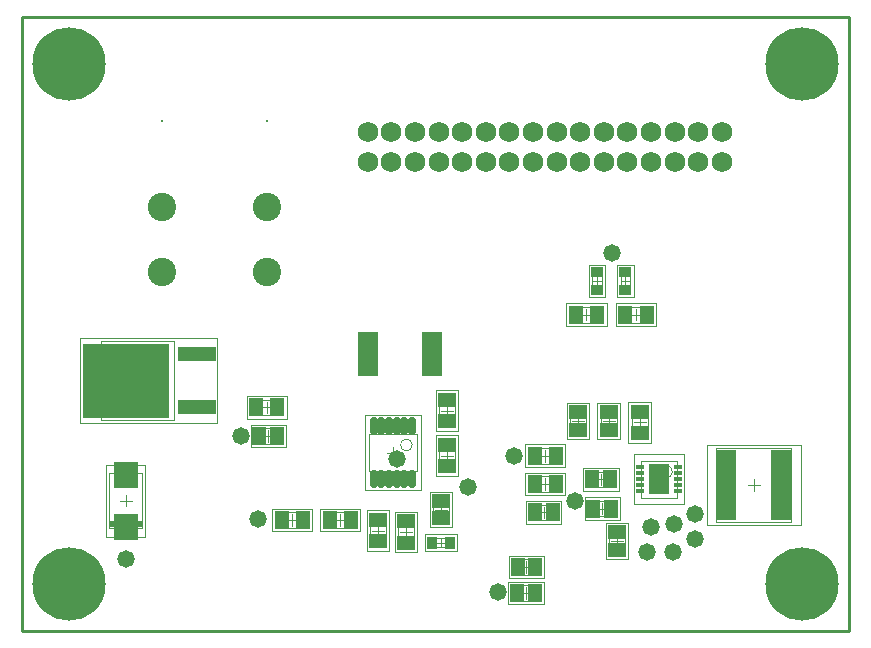
<source format=gts>
G04*
G04 #@! TF.GenerationSoftware,Altium Limited,Altium Designer,18.1.11 (251)*
G04*
G04 Layer_Color=8388736*
%FSLAX25Y25*%
%MOIN*%
G70*
G01*
G75*
%ADD13C,0.00394*%
%ADD14C,0.01000*%
%ADD17R,0.10984X0.02436*%
%ADD18C,0.00197*%
%ADD33R,0.07099X0.23241*%
%ADD34R,0.07887X0.09068*%
%ADD35R,0.05131X0.06115*%
%ADD36O,0.02769X0.06115*%
%ADD37R,0.04147X0.03359*%
%ADD38R,0.04737X0.06312*%
%ADD39R,0.06115X0.05131*%
%ADD40R,0.06312X0.04737*%
%ADD41R,0.03359X0.04147*%
%ADD42R,0.02965X0.01784*%
%ADD43R,0.07099X0.10249*%
%ADD44R,0.07099X0.14580*%
%ADD45R,0.29147X0.24619*%
%ADD46R,0.12611X0.04737*%
%ADD47C,0.24422*%
%ADD48C,0.06800*%
%ADD49C,0.00800*%
%ADD50C,0.09461*%
%ADD51C,0.05800*%
D13*
X129996Y62059D02*
G03*
X129996Y62059I-1969J0D01*
G01*
X216733Y53150D02*
G03*
X216733Y53150I-1969J0D01*
G01*
X256209Y36221D02*
Y61024D01*
X231406Y36221D02*
Y61024D01*
Y36221D02*
X256209D01*
X231406Y61024D02*
X256209D01*
X39992Y34445D02*
Y52555D01*
X29008Y34445D02*
Y52555D01*
X39992D01*
X29008Y34445D02*
X39992D01*
X77169Y71866D02*
X85831D01*
X77169Y77181D02*
X85831D01*
Y71866D02*
Y77181D01*
X77169Y71866D02*
Y77181D01*
X115429Y53398D02*
Y65602D01*
X131571Y53398D02*
Y65602D01*
X115429Y53398D02*
X131571D01*
X115429Y65602D02*
X131571D01*
X202647Y113362D02*
Y120055D01*
X199497Y113362D02*
Y120055D01*
X202647D01*
X199497Y113362D02*
X202647D01*
X193147D02*
Y120055D01*
X189997Y113362D02*
Y120055D01*
X193147D01*
X189997Y113362D02*
X193147D01*
X183741Y108158D02*
X192403D01*
X183741Y102842D02*
X192403D01*
X183741D02*
Y108158D01*
X192403Y102842D02*
Y108158D01*
X200241Y102842D02*
X208903D01*
X200241Y108158D02*
X208903D01*
Y102842D02*
Y108158D01*
X200241Y102842D02*
Y108158D01*
X171299Y10063D02*
Y15378D01*
X164606Y10063D02*
Y15378D01*
Y10063D02*
X171299D01*
X164606Y15378D02*
X171299D01*
X203150Y65197D02*
Y73859D01*
X208465Y65197D02*
Y73859D01*
X203150Y65197D02*
X208465D01*
X203150Y73859D02*
X208465D01*
X192828Y66681D02*
X198143D01*
X192828Y73374D02*
X198143D01*
X192828Y66681D02*
Y73374D01*
X198143Y66681D02*
Y73374D01*
X182650Y66681D02*
X187965D01*
X182650Y73374D02*
X187965D01*
X182650Y66681D02*
Y73374D01*
X187965Y66681D02*
Y73374D01*
X170461Y36870D02*
Y42185D01*
X177154Y36870D02*
Y42185D01*
X170461D02*
X177154D01*
X170461Y36870D02*
X177154D01*
X169977Y46370D02*
X178638D01*
X169977Y51685D02*
X178638D01*
Y46370D02*
Y51685D01*
X169977Y46370D02*
Y51685D01*
X170020Y61116D02*
X178681D01*
X170020Y55801D02*
X178681D01*
X170020D02*
Y61116D01*
X178681Y55801D02*
Y61116D01*
X190008Y38192D02*
Y43507D01*
X196701Y38192D02*
Y43507D01*
X190008D02*
X196701D01*
X190008Y38192D02*
X196701D01*
X195650Y26660D02*
X200965D01*
X195650Y33353D02*
X200965D01*
X195650Y26660D02*
Y33353D01*
X200965Y26660D02*
Y33353D01*
X189508Y47870D02*
Y53185D01*
X196201Y47870D02*
Y53185D01*
X189508D02*
X196201D01*
X189508Y47870D02*
X196201D01*
X138842Y54169D02*
Y62831D01*
X144158Y54169D02*
Y62831D01*
X138842Y54169D02*
X144158D01*
X138842Y62831D02*
X144158D01*
X138842Y69169D02*
Y77831D01*
X144158Y69169D02*
Y77831D01*
X138842Y69169D02*
X144158D01*
X138842Y77831D02*
X144158D01*
X85669Y39701D02*
X94331D01*
X85669Y34386D02*
X94331D01*
X85669D02*
Y39701D01*
X94331Y34386D02*
Y39701D01*
X101669Y34386D02*
X110331D01*
X101669Y39701D02*
X110331D01*
Y34386D02*
Y39701D01*
X101669Y34386D02*
Y39701D01*
X136843Y43846D02*
X142157D01*
X136843Y37154D02*
X142157D01*
Y43846D01*
X136843Y37154D02*
Y43846D01*
X136153Y27925D02*
X142847D01*
X136153Y31075D02*
X142847D01*
Y27925D02*
Y31075D01*
X136153Y27925D02*
Y31075D01*
X121158Y29169D02*
Y37831D01*
X115842Y29169D02*
Y37831D01*
X121158D01*
X115842Y29169D02*
X121158D01*
X125343Y28669D02*
Y37331D01*
X130657Y28669D02*
Y37331D01*
X125343Y28669D02*
X130657D01*
X125343Y37331D02*
X130657D01*
X171394Y18741D02*
Y24056D01*
X164701Y18741D02*
Y24056D01*
Y18741D02*
X171394D01*
X164701Y24056D02*
X171394D01*
X206103Y56693D02*
X218307D01*
X206103Y44488D02*
X218307D01*
Y56693D01*
X206103Y44488D02*
Y56693D01*
X78654Y62343D02*
X85347D01*
X78654Y67658D02*
X85347D01*
Y62343D02*
Y67658D01*
X78654Y62343D02*
Y67658D01*
X26153Y96787D02*
X50642D01*
X26153Y70213D02*
X50642D01*
X26153D02*
Y96787D01*
X50642Y70213D02*
Y96787D01*
X241839Y48622D02*
X245776D01*
X243807Y46654D02*
Y50591D01*
X32531Y43500D02*
X36468D01*
X34500Y41532D02*
Y45469D01*
X81500Y72555D02*
Y76492D01*
X79532Y74524D02*
X83469D01*
X121531Y59500D02*
X125469D01*
X123500Y57531D02*
Y61468D01*
X199497Y116709D02*
X202647D01*
X201072Y115134D02*
Y118283D01*
X189997Y116709D02*
X193147D01*
X191572Y115134D02*
Y118283D01*
X188072Y103532D02*
Y107468D01*
X186103Y105500D02*
X190040D01*
X204572Y103532D02*
Y107468D01*
X202603Y105500D02*
X206540D01*
X165984Y12720D02*
X169921D01*
X167953Y10752D02*
Y14689D01*
X203839Y69528D02*
X207776D01*
X205807Y67559D02*
Y71496D01*
X195485Y68059D02*
Y71996D01*
X193517Y70028D02*
X197454D01*
X185307Y68059D02*
Y71996D01*
X183339Y70028D02*
X187276D01*
X171839Y39528D02*
X175776D01*
X173807Y37559D02*
Y41496D01*
X174307Y47059D02*
Y50996D01*
X172339Y49028D02*
X176276D01*
X174351Y56490D02*
Y60427D01*
X172382Y58459D02*
X176319D01*
X191386Y40850D02*
X195323D01*
X193355Y38881D02*
Y42818D01*
X198307Y28038D02*
Y31975D01*
X196339Y30006D02*
X200276D01*
X190886Y50528D02*
X194823D01*
X192855Y48559D02*
Y52496D01*
X139532Y58500D02*
X143468D01*
X141500Y56532D02*
Y60469D01*
X139532Y73500D02*
X143468D01*
X141500Y71531D02*
Y75468D01*
X90000Y35075D02*
Y39012D01*
X88032Y37043D02*
X91969D01*
X106000Y35075D02*
Y39012D01*
X104032Y37043D02*
X107968D01*
X139500Y38532D02*
Y42469D01*
X137531Y40500D02*
X141469D01*
X139500Y27925D02*
Y31075D01*
X137925Y29500D02*
X141075D01*
X116532Y33500D02*
X120468D01*
X118500Y31532D02*
Y35469D01*
X126031Y33000D02*
X129969D01*
X128000Y31032D02*
Y34969D01*
X166079Y21399D02*
X170016D01*
X168047Y19430D02*
Y23367D01*
X212205Y48622D02*
Y52559D01*
X210237Y50591D02*
X214174D01*
X82000Y63032D02*
Y66969D01*
X80032Y65000D02*
X83969D01*
X42177Y81532D02*
Y85469D01*
X40209Y83500D02*
X44146D01*
D14*
X0Y0D02*
Y204724D01*
Y0D02*
X275590D01*
Y204724D01*
X0D02*
X275590D01*
D17*
X34500Y35663D02*
D03*
D18*
X259457Y35237D02*
Y62008D01*
X228158Y35237D02*
Y62008D01*
Y35237D02*
X259457D01*
X228158Y62008D02*
X259457D01*
X40996Y31492D02*
Y55508D01*
X28004Y31492D02*
Y55508D01*
X40996D01*
X28004Y31492D02*
X40996D01*
X74807Y70784D02*
X88193D01*
X74807Y78264D02*
X88193D01*
Y70784D02*
Y78264D01*
X74807Y70784D02*
Y78264D01*
X114248Y47098D02*
Y71902D01*
X132752Y47098D02*
Y71902D01*
X114248Y47098D02*
X132752D01*
X114248Y71902D02*
X132752D01*
X203828Y111394D02*
Y122024D01*
X198316Y111394D02*
Y122024D01*
X203828D01*
X198316Y111394D02*
X203828D01*
X194328D02*
Y122024D01*
X188816Y111394D02*
Y122024D01*
X194328D01*
X188816Y111394D02*
X194328D01*
X181379Y109240D02*
X194765D01*
X181379Y101760D02*
X194765D01*
X181379D02*
Y109240D01*
X194765Y101760D02*
Y109240D01*
X197879Y101760D02*
X211265D01*
X197879Y109240D02*
X211265D01*
Y101760D02*
Y109240D01*
X197879Y101760D02*
Y109240D01*
X173858Y8980D02*
Y16461D01*
X162047Y8980D02*
Y16461D01*
Y8980D02*
X173858D01*
X162047Y16461D02*
X173858D01*
X202067Y62835D02*
Y76221D01*
X209547Y62835D02*
Y76221D01*
X202067Y62835D02*
X209547D01*
X202067Y76221D02*
X209547D01*
X191745Y64122D02*
X199226D01*
X191745Y75933D02*
X199226D01*
X191745Y64122D02*
Y75933D01*
X199226Y64122D02*
Y75933D01*
X181567Y64122D02*
X189048D01*
X181567Y75933D02*
X189048D01*
X181567Y64122D02*
Y75933D01*
X189048Y64122D02*
Y75933D01*
X167902Y35788D02*
Y43268D01*
X179713Y35788D02*
Y43268D01*
X167902D02*
X179713D01*
X167902Y35788D02*
X179713D01*
X167614Y45288D02*
X181000D01*
X167614Y52768D02*
X181000D01*
Y45288D02*
Y52768D01*
X167614Y45288D02*
Y52768D01*
X167658Y62199D02*
X181044D01*
X167658Y54719D02*
X181044D01*
X167658D02*
Y62199D01*
X181044Y54719D02*
Y62199D01*
X187449Y37110D02*
Y44590D01*
X199260Y37110D02*
Y44590D01*
X187449D02*
X199260D01*
X187449Y37110D02*
X199260D01*
X194567Y24101D02*
X202047D01*
X194567Y35912D02*
X202047D01*
X194567Y24101D02*
Y35912D01*
X202047Y24101D02*
Y35912D01*
X186949Y46788D02*
Y54268D01*
X198760Y46788D02*
Y54268D01*
X186949D02*
X198760D01*
X186949Y46788D02*
X198760D01*
X137760Y51807D02*
Y65193D01*
X145240Y51807D02*
Y65193D01*
X137760Y51807D02*
X145240D01*
X137760Y65193D02*
X145240D01*
X137760Y66807D02*
Y80193D01*
X145240Y66807D02*
Y80193D01*
X137760Y66807D02*
X145240D01*
X137760Y80193D02*
X145240D01*
X83307Y40784D02*
X96693D01*
X83307Y33303D02*
X96693D01*
X83307D02*
Y40784D01*
X96693Y33303D02*
Y40784D01*
X99307Y33303D02*
X112693D01*
X99307Y40784D02*
X112693D01*
Y33303D02*
Y40784D01*
X99307Y33303D02*
Y40784D01*
X135760Y46406D02*
X143240D01*
X135760Y34595D02*
X143240D01*
Y46406D01*
X135760Y34595D02*
Y46406D01*
X134185Y26744D02*
X144815D01*
X134185Y32256D02*
X144815D01*
Y26744D02*
Y32256D01*
X134185Y26744D02*
Y32256D01*
X122240Y26807D02*
Y40193D01*
X114760Y26807D02*
Y40193D01*
X122240D01*
X114760Y26807D02*
X122240D01*
X124260Y26307D02*
Y39693D01*
X131740Y26307D02*
Y39693D01*
X124260Y26307D02*
X131740D01*
X124260Y39693D02*
X131740D01*
X173953Y17659D02*
Y25139D01*
X162142Y17659D02*
Y25139D01*
Y17659D02*
X173953D01*
X162142Y25139D02*
X173953D01*
X203937Y58859D02*
X220473D01*
X203937Y42323D02*
X220473D01*
Y58859D01*
X203937Y42323D02*
Y58859D01*
X76095Y61260D02*
X87906D01*
X76095Y68740D02*
X87906D01*
Y61260D02*
Y68740D01*
X76095Y61260D02*
Y68740D01*
X19342Y97772D02*
X65012D01*
X19342Y69228D02*
X65012D01*
X19342D02*
Y97772D01*
X65012Y69228D02*
Y97772D01*
D33*
X253059Y48622D02*
D03*
X234555D02*
D03*
D34*
X34500Y52161D02*
D03*
Y34839D02*
D03*
D35*
X85043Y74524D02*
D03*
X77957D02*
D03*
X184529Y105500D02*
D03*
X191615D02*
D03*
X208115D02*
D03*
X201029D02*
D03*
X177851Y49028D02*
D03*
X170764D02*
D03*
X170807Y58459D02*
D03*
X177894D02*
D03*
X86457Y37043D02*
D03*
X93543D02*
D03*
X109543D02*
D03*
X102457D02*
D03*
D36*
X117102Y50740D02*
D03*
X119661D02*
D03*
X122221D02*
D03*
X124779D02*
D03*
X127339D02*
D03*
X129898D02*
D03*
X117102Y68260D02*
D03*
X119661D02*
D03*
X122221D02*
D03*
X124779D02*
D03*
X127339D02*
D03*
X129898D02*
D03*
D37*
X201072Y119661D02*
D03*
Y113756D02*
D03*
X191572Y119661D02*
D03*
Y113756D02*
D03*
D38*
X170905Y12720D02*
D03*
X165000D02*
D03*
X170855Y39528D02*
D03*
X176760D02*
D03*
X190402Y40850D02*
D03*
X196307D02*
D03*
X189902Y50528D02*
D03*
X195807D02*
D03*
X171000Y21399D02*
D03*
X165094D02*
D03*
X84953Y65000D02*
D03*
X79047D02*
D03*
D39*
X205807Y65985D02*
D03*
Y73071D02*
D03*
X141500Y54957D02*
D03*
Y62043D02*
D03*
Y69957D02*
D03*
Y77043D02*
D03*
X118500Y37043D02*
D03*
Y29957D02*
D03*
X128000Y29457D02*
D03*
Y36543D02*
D03*
D40*
X195485Y67075D02*
D03*
Y72981D02*
D03*
X185307Y67075D02*
D03*
Y72981D02*
D03*
X198307Y27053D02*
D03*
Y32959D02*
D03*
X139500Y43453D02*
D03*
Y37547D02*
D03*
D41*
X142453Y29500D02*
D03*
X136547D02*
D03*
D42*
X205807Y54528D02*
D03*
Y52559D02*
D03*
Y50591D02*
D03*
Y48622D02*
D03*
Y46654D02*
D03*
X218603D02*
D03*
Y48622D02*
D03*
Y50591D02*
D03*
Y52559D02*
D03*
Y54528D02*
D03*
D43*
X212107Y50591D02*
D03*
D44*
X136630Y92500D02*
D03*
X115370D02*
D03*
D45*
X34500Y83500D02*
D03*
D46*
X58319Y92476D02*
D03*
Y74524D02*
D03*
D47*
X259842Y188976D02*
D03*
X15748D02*
D03*
X259842Y15748D02*
D03*
X15748D02*
D03*
D48*
X115132Y166339D02*
D03*
Y156496D02*
D03*
X233242D02*
D03*
X225368D02*
D03*
X217494D02*
D03*
X209620D02*
D03*
X201746D02*
D03*
X193872D02*
D03*
X185998D02*
D03*
X178124D02*
D03*
X170250D02*
D03*
X162376D02*
D03*
X154502D02*
D03*
X146628D02*
D03*
X138754D02*
D03*
X130880D02*
D03*
X123006D02*
D03*
Y166339D02*
D03*
X130880D02*
D03*
X138754D02*
D03*
X146628D02*
D03*
X154502D02*
D03*
X162376D02*
D03*
X170250D02*
D03*
X233242D02*
D03*
X225368D02*
D03*
X217494D02*
D03*
X209620D02*
D03*
X201746D02*
D03*
X193872D02*
D03*
X185998D02*
D03*
X178124D02*
D03*
D49*
X81646Y170079D02*
D03*
X46500D02*
D03*
D50*
X81646Y141339D02*
D03*
Y119685D02*
D03*
X46500Y141339D02*
D03*
Y119685D02*
D03*
D51*
X158500Y13000D02*
D03*
X184280Y43500D02*
D03*
X163779Y58459D02*
D03*
X78500Y37295D02*
D03*
X34500Y24000D02*
D03*
X148500Y48000D02*
D03*
X196572Y126000D02*
D03*
X73000Y65156D02*
D03*
X125000Y57500D02*
D03*
X209573Y34528D02*
D03*
X208268Y26437D02*
D03*
X216807D02*
D03*
X224337Y30528D02*
D03*
X217221Y35762D02*
D03*
X224337Y39028D02*
D03*
M02*

</source>
